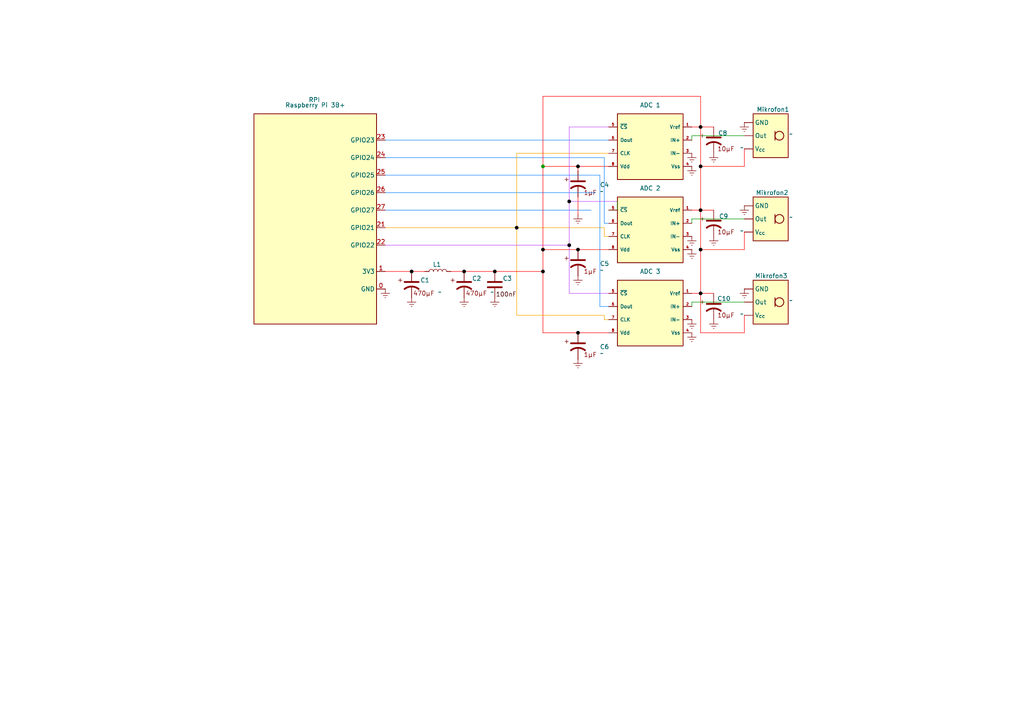
<source format=kicad_sch>
(kicad_sch (version 20231120) (generator "eeschema") (generator_version "8.0")
  (paper "A4")
  (lib_symbols
    (symbol "Capasitors:capasitor10mikro"
      (property "Reference" "C" (at 2.286 2.286 0))
      (symbol "capasitor10mikro_0_1"
        (polyline (pts (xy -3.81 1.27) (xy -2.794 1.27)))
        (polyline (pts (xy -3.302 0.762) (xy -3.302 1.778)))
        (polyline (pts (xy -2.032 0.762) (xy 2.032 0.762)) (stroke (width 0.508)))
        (arc (start 2.032 -1.2701) (mid 0 -0.5573) (end -2.032 -1.2701) (stroke (width 0.508)))
      )
      (symbol "capasitor10mikro_1_1"
        (text "10µF" (at 3.556 -2.54 0) (effects (font (size 1.27 1.27))))
        (pin passive line (at 0 -3.81 90) (length 3.302) (name "~") (number ""))
        (pin passive line (at 0 3.81 270) (length 2.794) (name "~") (number ""))
      )
    )
    (symbol "Capasitors:capasitor1mikro"
      (property "Reference" "C" (at 3.302 1.778 0))
      (symbol "capasitor1mikro_0_1"
        (polyline (pts (xy -3.81 1.27) (xy -2.794 1.27)))
        (polyline (pts (xy -3.302 0.762) (xy -3.302 1.778)))
        (polyline (pts (xy -2.032 0.762) (xy 2.032 0.762)) (stroke (width 0.508)))
        (arc (start 2.032 -1.2701) (mid 0 -0.5573) (end -2.032 -1.2701) (stroke (width 0.508)))
      )
      (symbol "capasitor1mikro_1_1"
        (text "1µF" (at 3.556 -2.54 0) (effects (font (size 1.27 1.27))))
        (pin passive line (at 0 -3.81 90) (length 3.302) (name "~") (number ""))
        (pin passive line (at 0 3.81 270) (length 2.794) (name "~") (number ""))
      )
    )
    (symbol "Capasitors:capasitor470mikro"
      (property "Reference" "C" (at 2.794 1.778 0))
      (symbol "capasitor470mikro_0_1"
        (polyline (pts (xy -3.81 1.27) (xy -2.794 1.27)))
        (polyline (pts (xy -3.302 0.762) (xy -3.302 1.778)))
        (polyline (pts (xy -2.032 0.762) (xy 2.032 0.762)) (stroke (width 0.508)))
        (arc (start 2.032 -1.2701) (mid 0 -0.5573) (end -2.032 -1.2701) (stroke (width 0.508)))
      )
      (symbol "capasitor470mikro_1_1"
        (text "470µF" (at 3.556 -2.54 0) (effects (font (size 1.27 1.27))))
        (pin passive line (at 0 -3.81 90) (length 3.302) (name "~") (number ""))
        (pin passive line (at 0 3.81 270) (length 2.794) (name "~") (number ""))
      )
    )
    (symbol "Device:C" (pin_numbers hide) (pin_names (offset 0.254))
      (property "Reference" "C" (at 0.635 2.54 0))
      (property "Value" "C" (at 0.635 -2.54 0))
      (symbol "C_0_1"
        (polyline (pts (xy -2.032 -0.762) (xy 2.032 -0.762)) (stroke (width 0.508)))
        (polyline (pts (xy -2.032 0.762) (xy 2.032 0.762)) (stroke (width 0.508)))
      )
      (symbol "C_1_1"
        (pin passive line (at 0 3.81 270) (length 2.794) (name "~") (number "1"))
        (pin passive line (at 0 -3.81 90) (length 2.794) (name "~") (number "2"))
      )
    )
    (symbol "Device:L" (pin_numbers hide) (pin_names (offset 1.016) hide)
      (property "Reference" "L" (at -1.27 0 90))
      (property "Value" "L" (at 1.905 0 90))
      (symbol "L_0_1"
        (arc (start 0 -2.54) (mid 0.6323 -1.905) (end 0 -1.27))
        (arc (start 0 -1.27) (mid 0.6323 -0.635) (end 0 0))
        (arc (start 0 0) (mid 0.6323 0.635) (end 0 1.27))
        (arc (start 0 1.27) (mid 0.6323 1.905) (end 0 2.54))
      )
      (symbol "L_1_1"
        (pin passive line (at 0 3.81 270) (length 1.27) (name "1") (number "1"))
        (pin passive line (at 0 -3.81 90) (length 1.27) (name "2") (number "2"))
      )
    )
    (symbol "MCP3201-edit:MCP3201" (pin_names (offset 0.762))
      (property "Reference" "u" (at 7.62 -3.81 0))
      (property "Value" "MCP3201" (at -5.08 15.24 0))
      (symbol "MCP3201_0_0"
        (polyline (pts (xy 8.89 5.08) (xy 8.89 -5.08) (xy -10.16 -5.08) (xy -10.16 13.97) (xy 8.89 13.97) (xy 8.89 3.81)) (stroke (width 0.254)) (fill (type background)))
      )
      (symbol "MCP3201_1_1"
        (pin power_in line (at 11.43 10.16 180) (length 2.54) (name "Vref") (number "1"))
        (pin input line (at 11.43 6.35 180) (length 2.54) (name "IN+") (number "2"))
        (pin input line (at 11.43 2.54 180) (length 2.54) (name "IN-") (number "3"))
        (pin power_in line (at 11.43 -1.27 180) (length 2.54) (name "Vss") (number "4"))
        (pin input line (at -12.7 10.16 0) (length 2.54) (name "~{CS}") (number "5"))
        (pin output line (at -12.7 6.35 0) (length 2.54) (name "Dout") (number "6"))
        (pin input line (at -12.7 2.54 0) (length 2.54) (name "CLK") (number "7"))
        (pin power_in line (at -12.7 -1.27 0) (length 2.54) (name "Vdd") (number "8"))
      )
    )
    (symbol "Raspberrypi-edit:Raspberry_Pi_2_3"
      (property "Reference" "J" (at -17.78 31.75 0))
      (property "Value" "Raspberry_Pi_3" (at -7.366 33.274 0))
      (symbol "Raspberry_Pi_2_3_1_1"
        (rectangle (start -17.78 30.48) (end 17.78 -30.48) (stroke (width 0.254)) (fill (type background)))
        (pin power_in line (at 20.32 -20.32 180) (length 2.54) (name "GND") (number "0"))
        (pin power_in line (at 20.32 -15.24 180) (length 2.54) (name "3V3") (number "1"))
        (pin bidirectional line (at 20.32 -2.54 180) (length 2.54) (name "GPIO21") (number "21"))
        (pin power_in line (at 20.32 -7.62 180) (length 2.54) (name "GPIO22") (number "22"))
        (pin bidirectional line (at 20.32 22.86 180) (length 2.54) (name "GPIO23") (number "23"))
        (pin bidirectional line (at 20.32 17.78 180) (length 2.54) (name "GPIO24") (number "24"))
        (pin bidirectional line (at 20.32 12.7 180) (length 2.54) (name "GPIO25") (number "25"))
        (pin bidirectional line (at 20.32 7.62 180) (length 2.54) (name "GPIO26") (number "26"))
        (pin bidirectional line (at 20.32 2.54 180) (length 2.54) (name "GPIO27") (number "27"))
      )
    )
    (symbol "lab2:Adafruits MAX4466 "
      (property "Reference" "Mikrofon1" (at 6.35 0.6351 0))
      (property "Value" "~" (at 5.334 0.508 0))
      (symbol "Adafruits MAX4466 _0_1"
        (polyline (pts (xy 1.27 1.27) (xy 1.27 -1.27)) (stroke (width 0.254)))
        (circle (center 2.54 0) (radius 1.27) (stroke (width 0.254)))
      )
      (symbol "Adafruits MAX4466 _1_1"
        (rectangle (start -5.08 6.35) (end 5.08 -6.35) (stroke (width 0.254)) (fill (type background)))
        (pin input line (at -7.62 3.81 0) (length 2.54) (name "GND") (number ""))
        (pin input line (at -7.62 0 0) (length 2.54) (name "Out") (number ""))
        (pin input line (at -7.62 -3.81 0) (length 2.54) (name "V_{cc}") (number ""))
      )
    )
    (symbol "power:GNDREF" (power) (pin_numbers hide) (pin_names (offset 0) hide)
      (property "Value" "GNDREF" (at 0 -3.81 0))
      (symbol "GNDREF_0_1"
        (polyline (pts (xy -0.635 -1.905) (xy 0.635 -1.905)))
        (polyline (pts (xy -0.127 -2.54) (xy 0.127 -2.54)))
        (polyline (pts (xy 0 -1.27) (xy 0 0)))
        (polyline (pts (xy 1.27 -1.27) (xy -1.27 -1.27)))
      )
      (symbol "GNDREF_1_1"
        (pin power_in line (at 0 0 270) (length 0) (name "~") (number "1"))
      )
    )
  )
  (junction (at 157.48 48.26))
  (junction (at 157.48 78.74) (color 0 0 0 1))
  (junction (at 167.64 48.26) (color 0 0 0 1))
  (junction (at 119.38 78.74) (color 0 0 0 1))
  (junction (at 203.2 60.96) (color 0 0 0 1))
  (junction (at 149.86 66.04) (color 0 0 0 1))
  (junction (at 134.62 78.74) (color 0 0 0 1))
  (junction (at 203.2 72.39) (color 0 0 0 1))
  (junction (at 167.64 72.39) (color 0 0 0 1))
  (junction (at 143.51 78.74) (color 0 0 0 1))
  (junction (at 165.1 58.42) (color 0 0 0 1))
  (junction (at 157.48 72.39) (color 0 0 0 1))
  (junction (at 165.1 71.12) (color 0 0 0 1))
  (junction (at 167.64 96.52) (color 0 0 0 1))
  (junction (at 203.2 85.09) (color 0 0 0 1))
  (junction (at 203.2 36.83) (color 0 0 0 1))
  (junction (at 203.2 48.26) (color 0 0 0 1))
  (wire (pts (xy 203.2 27.94) (xy 203.2 36.83)) (stroke (width 0) (color 255 0 0 1)))
  (wire (pts (xy 215.9 96.52) (xy 203.2 96.52)) (stroke (width 0) (color 255 0 0 1)))
  (wire (pts (xy 149.86 66.04) (xy 149.86 44.45)) (stroke (width 0) (color 255 165 0 1)))
  (wire (pts (xy 157.48 72.39) (xy 167.64 72.39)) (stroke (width 0) (color 255 0 0 1)))
  (wire (pts (xy 176.53 96.52) (xy 167.64 96.52)) (stroke (width 0) (color 255 0 0 1)))
  (wire (pts (xy 157.48 48.26) (xy 157.48 27.94)) (stroke (width 0) (color 255 0 0 1)))
  (wire (pts (xy 203.2 48.26) (xy 203.2 60.96)) (stroke (width 0) (color 255 0 0 1)))
  (wire (pts (xy 165.1 85.09) (xy 176.53 85.09)) (stroke (width 0) (color 191 79 255 1)))
  (wire (pts (xy 215.9 96.52) (xy 215.9 91.44)) (stroke (width 0) (color 255 0 0 1)))
  (wire (pts (xy 200.66 87.63) (xy 200.66 88.9)))
  (wire (pts (xy 215.9 63.5) (xy 200.66 63.5)))
  (wire (pts (xy 203.2 36.83) (xy 207.01 36.83)) (stroke (width 0) (color 255 0 0 1)))
  (wire (pts (xy 203.2 96.52) (xy 203.2 85.09)) (stroke (width 0) (color 255 0 0 1)))
  (wire (pts (xy 111.76 40.64) (xy 176.53 40.64)) (stroke (width 0) (color 16 133 255 1)))
  (wire (pts (xy 179.07 60.96) (xy 179.07 58.42)))
  (wire (pts (xy 157.48 72.39) (xy 157.48 48.26)) (stroke (width 0) (color 255 0 0 1)))
  (wire (pts (xy 175.26 91.44) (xy 175.26 92.71)) (stroke (width 0) (color 255 165 0 1)))
  (wire (pts (xy 173.99 50.8) (xy 173.99 88.9)) (stroke (width 0) (color 16 133 255 1)))
  (wire (pts (xy 215.9 48.26) (xy 215.9 43.18)) (stroke (width 0) (color 255 0 0 1)))
  (wire (pts (xy 111.76 60.96) (xy 171.45 60.96)) (stroke (width 0) (color 16 133 255 1)))
  (wire (pts (xy 111.76 71.12) (xy 165.1 71.12)) (stroke (width 0) (color 191 79 255 1)))
  (wire (pts (xy 119.38 78.74) (xy 123.19 78.74)) (stroke (width 0) (color 255 0 0 1)))
  (wire (pts (xy 200.66 39.37) (xy 200.66 40.64)))
  (wire (pts (xy 175.26 66.04) (xy 175.26 68.58)) (stroke (width 0) (color 255 165 0 1)))
  (wire (pts (xy 200.66 60.96) (xy 203.2 60.96)) (stroke (width 0) (color 255 0 0 1)))
  (wire (pts (xy 203.2 60.96) (xy 203.2 72.39)) (stroke (width 0) (color 255 0 0 1)))
  (wire (pts (xy 157.48 48.26) (xy 167.64 48.26)) (stroke (width 0) (color 255 0 0 1)))
  (wire (pts (xy 203.2 60.96) (xy 207.01 60.96)) (stroke (width 0) (color 255 0 0 1)))
  (wire (pts (xy 111.76 55.88) (xy 172.72 55.88)) (stroke (width 0) (color 16 133 255 1)))
  (wire (pts (xy 179.07 58.42) (xy 165.1 58.42)) (stroke (width 0) (color 191 79 255 1)))
  (wire (pts (xy 167.64 96.52) (xy 157.48 96.52)) (stroke (width 0) (color 255 0 0 1)))
  (wire (pts (xy 203.2 85.09) (xy 207.01 85.09)) (stroke (width 0) (color 255 0 0 1)))
  (wire (pts (xy 173.99 88.9) (xy 176.53 88.9)) (stroke (width 0) (color 16 133 255 1)))
  (wire (pts (xy 165.1 58.42) (xy 165.1 71.12)) (stroke (width 0) (color 191 79 255 1)))
  (wire (pts (xy 157.48 78.74) (xy 157.48 72.39)) (stroke (width 0) (color 255 0 0 1)))
  (wire (pts (xy 143.51 78.74) (xy 157.48 78.74)) (stroke (width 0) (color 255 0 0 1)))
  (wire (pts (xy 200.66 36.83) (xy 203.2 36.83)) (stroke (width 0) (color 255 0 0 1)))
  (wire (pts (xy 149.86 91.44) (xy 175.26 91.44)) (stroke (width 0) (color 255 165 0 1)))
  (wire (pts (xy 165.1 71.12) (xy 165.1 85.09)) (stroke (width 0) (color 191 79 255 1)))
  (wire (pts (xy 111.76 66.04) (xy 149.86 66.04)) (stroke (width 0) (color 255 165 0 1)))
  (wire (pts (xy 149.86 66.04) (xy 175.26 66.04)) (stroke (width 0) (color 255 165 0 1)))
  (wire (pts (xy 215.9 87.63) (xy 200.66 87.63)))
  (wire (pts (xy 149.86 66.04) (xy 149.86 91.44)) (stroke (width 0) (color 255 165 0 1)))
  (wire (pts (xy 167.64 48.26) (xy 176.53 48.26)) (stroke (width 0) (color 255 0 0 1)))
  (wire (pts (xy 130.81 78.74) (xy 134.62 78.74)) (stroke (width 0) (color 255 0 0 1)))
  (wire (pts (xy 167.64 72.39) (xy 176.53 72.39)) (stroke (width 0) (color 255 0 0 1)))
  (wire (pts (xy 203.2 48.26) (xy 215.9 48.26)) (stroke (width 0) (color 255 0 0 1)))
  (wire (pts (xy 175.26 92.71) (xy 176.53 92.71)) (stroke (width 0) (color 255 165 0 1)))
  (wire (pts (xy 149.86 44.45) (xy 176.53 44.45)) (stroke (width 0) (color 255 165 0 1)))
  (wire (pts (xy 167.64 48.26) (xy 167.64 49.53)) (stroke (width 0) (color 255 0 0 1)))
  (wire (pts (xy 215.9 72.39) (xy 215.9 67.31)) (stroke (width 0) (color 255 0 0 1)))
  (wire (pts (xy 167.64 57.15) (xy 167.64 62.23)) (stroke (width 0) (color 255 0 0 1)))
  (wire (pts (xy 165.1 36.83) (xy 165.1 58.42)) (stroke (width 0) (color 191 79 255 1)))
  (wire (pts (xy 175.26 45.72) (xy 175.26 64.77)) (stroke (width 0) (color 16 133 255 1)))
  (wire (pts (xy 111.76 78.74) (xy 119.38 78.74)) (stroke (width 0) (color 255 0 0 1)))
  (wire (pts (xy 175.26 68.58) (xy 176.53 68.58)) (stroke (width 0) (color 255 165 0 1)))
  (wire (pts (xy 200.66 85.09) (xy 203.2 85.09)) (stroke (width 0) (color 255 0 0 1)))
  (wire (pts (xy 157.48 27.94) (xy 203.2 27.94)) (stroke (width 0) (color 255 0 0 1)))
  (wire (pts (xy 134.62 78.74) (xy 143.51 78.74)) (stroke (width 0) (color 255 0 0 1)))
  (wire (pts (xy 215.9 72.39) (xy 203.2 72.39)) (stroke (width 0) (color 255 0 0 1)))
  (wire (pts (xy 175.26 64.77) (xy 176.53 64.77)) (stroke (width 0) (color 16 133 255 1)))
  (wire (pts (xy 111.76 45.72) (xy 175.26 45.72)) (stroke (width 0) (color 16 133 255 1)))
  (wire (pts (xy 111.76 50.8) (xy 173.99 50.8)) (stroke (width 0) (color 16 133 255 1)))
  (wire (pts (xy 165.1 36.83) (xy 176.53 36.83)) (stroke (width 0) (color 191 79 255 1)))
  (wire (pts (xy 157.48 78.74) (xy 157.48 96.52)) (stroke (width 0) (color 255 0 0 1)))
  (wire (pts (xy 200.66 63.5) (xy 200.66 64.77)))
  (wire (pts (xy 176.53 60.96) (xy 179.07 60.96)))
  (wire (pts (xy 203.2 36.83) (xy 203.2 48.26)) (stroke (width 0) (color 255 0 0 1)))
  (wire (pts (xy 215.9 39.37) (xy 200.66 39.37)))
  (wire (pts (xy 203.2 72.39) (xy 203.2 85.09)) (stroke (width 0) (color 255 0 0 1)))
  (text "100nF" (at 146.812 85.598 0) (effects (font (size 1.27 1.27))))
  (symbol (lib_id "power:GNDREF") (at 200.66 44.45 0) (unit 1)
    (property "Reference" "#PWR021" (effects (hide yes)))
    (property "Value" "GNDREF" (effects (hide yes)))
    (property "Description" "Power symbol creates a global label with name \"GNDREF\" , reference supply ground" (effects (hide yes)))
  )
  (symbol (lib_id "power:GNDREF") (at 200.66 48.26 0) (unit 1)
    (property "Reference" "#PWR020" (effects (hide yes)))
    (property "Value" "GNDREF" (effects (hide yes)))
    (property "Description" "Power symbol creates a global label with name \"GNDREF\" , reference supply ground" (effects (hide yes)))
  )
  (symbol (lib_id "Capasitors:capasitor1mikro") (at 167.64 100.33 0) (unit 1)
    (property "Reference" "C6" (at 173.99 100.5867 0) (effects (justify left)))
    (property "Value" "~" (at 173.99 102.4918 0) (effects (justify left)))
  )
  (symbol (lib_id "power:GNDREF") (at 207.01 68.58 0) (unit 1)
    (property "Reference" "#PWR04" (effects (hide yes)))
    (property "Value" "GNDREF" (effects (hide yes)))
    (property "Description" "Power symbol creates a global label with name \"GNDREF\" , reference supply ground" (effects (hide yes)))
  )
  (symbol (lib_name "Capasitors:capasitor10mikro") (lib_id "Capasitors:capasitor10mikro") (at 207.01 88.9 0) (unit 1)
    (property "Reference" "C10" (at 208.026 86.614 0) (effects (justify left)))
    (property "Value" "~" (at 214.63 91.0618 0) (effects (justify left)))
  )
  (symbol (lib_id "Capasitors:capasitor1mikro") (at 167.64 76.2 0) (unit 1)
    (property "Reference" "C5" (at 173.99 76.4567 0) (effects (justify left)))
    (property "Value" "~" (at 173.99 78.3618 0) (effects (justify left)))
  )
  (symbol (lib_id "power:GNDREF") (at 200.66 92.71 0) (unit 1)
    (property "Reference" "#PWR023" (effects (hide yes)))
    (property "Value" "GNDREF" (effects (hide yes)))
    (property "Description" "Power symbol creates a global label with name \"GNDREF\" , reference supply ground" (effects (hide yes)))
  )
  (symbol (lib_id "Device:C") (at 143.51 82.55 0) (unit 1)
    (property "Reference" "C3" (at 145.796 80.772 0) (effects (justify left)))
    (property "Value" "100 nF" (effects (hide yes)))
    (property "Description" "Unpolarized capacitor" (effects (hide yes)))
  )
  (symbol (lib_name "Capasitors:capasitor470mikro") (lib_id "Capasitors:capasitor470mikro") (at 134.62 82.55 0) (unit 1)
    (property "Reference" "C2" (at 136.906 80.772 0) (effects (justify left)))
    (property "Value" "~" (at 142.24 84.7118 0) (effects (justify left)))
  )
  (symbol (lib_id "power:GNDREF") (at 200.66 68.58 0) (unit 1)
    (property "Reference" "#PWR022" (effects (hide yes)))
    (property "Value" "GNDREF" (effects (hide yes)))
    (property "Description" "Power symbol creates a global label with name \"GNDREF\" , reference supply ground" (effects (hide yes)))
  )
  (symbol (lib_id "MCP3201-edit:MCP3201") (at 189.23 46.99 0) (unit 1)
    (property "Reference" "u1" (at 188.595 29.21 0) (effects (font (size 0.001 0.001))))
    (property "Value" "ADC 1" (at 188.595 30.48 0))
    (property "Datasheet" "http://ww1.microchip.com/downloads/en/DeviceDoc/21290D.pdf" (effects (hide yes)))
    (property "Description" "2.7V 12-Bit A/D Converter with SPI™ Serial Interface, PDIP-8/SOIC-8/MSOP-8/TSSOP-8" (effects (hide yes)))
  )
  (symbol (lib_id "MCP3201-edit:MCP3201") (at 189.23 95.25 0) (unit 1)
    (property "Reference" "u3" (at 188.595 77.47 0) (effects (font (size 0.001 0.001))))
    (property "Value" "ADC 3" (at 188.595 78.74 0))
    (property "Datasheet" "http://ww1.microchip.com/downloads/en/DeviceDoc/21290D.pdf" (effects (hide yes)))
    (property "Description" "2.7V 12-Bit A/D Converter with SPI™ Serial Interface, PDIP-8/SOIC-8/MSOP-8/TSSOP-8" (effects (hide yes)))
  )
  (symbol (lib_name "lab2:Adafruits MAX4466 ") (lib_id "lab2:Adafruits MAX4466 ") (at 223.52 87.63 0) (unit 1)
    (property "Reference" "Mikrofon3" (at 218.948 80.01 0) (effects (justify left)))
    (property "Value" "~" (at 228.854 87.122 0) (effects (justify left)))
  )
  (symbol (lib_id "power:GNDREF") (at 111.76 83.82 0) (unit 1)
    (property "Reference" "#PWR013" (effects (hide yes)))
    (property "Value" "GNDREF" (effects (hide yes)))
    (property "Description" "Power symbol creates a global label with name \"GNDREF\" , reference supply ground" (effects (hide yes)))
  )
  (symbol (lib_id "power:GNDREF") (at 119.38 86.36 0) (unit 1)
    (property "Reference" "#PWR06" (effects (hide yes)))
    (property "Value" "GNDREF" (effects (hide yes)))
    (property "Description" "Power symbol creates a global label with name \"GNDREF\" , reference supply ground" (effects (hide yes)))
  )
  (symbol (lib_name "Capasitors:capasitor10mikro") (lib_id "Capasitors:capasitor10mikro") (at 207.01 40.64 0) (unit 1)
    (property "Reference" "C8" (at 208.28 38.608 0) (effects (justify left)))
    (property "Value" "~" (at 214.63 42.8018 0) (effects (justify left)))
  )
  (symbol (lib_id "power:GNDREF") (at 207.01 92.71 0) (unit 1)
    (property "Reference" "#PWR02" (effects (hide yes)))
    (property "Value" "GNDREF" (effects (hide yes)))
    (property "Description" "Power symbol creates a global label with name \"GNDREF\" , reference supply ground" (effects (hide yes)))
  )
  (symbol (lib_id "power:GNDREF") (at 215.9 83.82 0) (unit 1)
    (property "Reference" "#PWR3" (effects (hide yes)))
    (property "Value" "GNDREF" (effects (hide yes)))
    (property "Description" "Power symbol creates a global label with name \"GNDREF\" , reference supply ground" (effects (hide yes)))
  )
  (symbol (lib_id "power:GNDREF") (at 215.9 59.69 0) (unit 1)
    (property "Reference" "#PWR11" (effects (hide yes)))
    (property "Value" "GNDREF" (effects (hide yes)))
    (property "Description" "Power symbol creates a global label with name \"GNDREF\" , reference supply ground" (effects (hide yes)))
  )
  (symbol (lib_id "power:GNDREF") (at 143.51 86.36 0) (unit 1)
    (property "Reference" "#PWR08" (effects (hide yes)))
    (property "Value" "GNDREF" (effects (hide yes)))
    (property "Description" "Power symbol creates a global label with name \"GNDREF\" , reference supply ground" (effects (hide yes)))
  )
  (symbol (lib_id "Raspberrypi-edit:Raspberry_Pi_2_3") (at 91.44 63.5 0) (unit 1)
    (property "Reference" "RPI" (at 91.186 28.956 0))
    (property "Value" "Raspberry Pi 3B+" (at 91.44 30.48 0))
    (property "Datasheet" "https://www.raspberrypi.org/documentation/hardware/raspberrypi/schematics/rpi_SCH_3bplus_1p0_reduced.pdf" (effects (hide yes)))
    (property "Description" "expansion header for Raspberry Pi 2 & 3" (effects (hide yes)))
  )
  (symbol (lib_id "power:GNDREF") (at 200.66 96.52 0) (unit 1)
    (property "Reference" "#PWR018" (effects (hide yes)))
    (property "Value" "GNDREF" (effects (hide yes)))
    (property "Description" "Power symbol creates a global label with name \"GNDREF\" , reference supply ground" (effects (hide yes)))
  )
  (symbol (lib_name "Capasitors:capasitor10mikro") (lib_id "Capasitors:capasitor10mikro") (at 207.01 64.77 0) (unit 1)
    (property "Reference" "C9" (at 208.534 62.738 0) (effects (justify left)))
    (property "Value" "~" (at 214.63 66.9318 0) (effects (justify left)))
  )
  (symbol (lib_id "power:GNDREF") (at 167.64 80.01 0) (unit 1)
    (property "Reference" "#PWR010" (effects (hide yes)))
    (property "Value" "GNDREF" (effects (hide yes)))
    (property "Description" "Power symbol creates a global label with name \"GNDREF\" , reference supply ground" (effects (hide yes)))
  )
  (symbol (lib_id "power:GNDREF") (at 134.62 86.36 0) (unit 1)
    (property "Reference" "#PWR07" (effects (hide yes)))
    (property "Value" "GNDREF" (effects (hide yes)))
    (property "Description" "Power symbol creates a global label with name \"GNDREF\" , reference supply ground" (effects (hide yes)))
  )
  (symbol (lib_id "power:GNDREF") (at 200.66 72.39 0) (unit 1)
    (property "Reference" "#PWR019" (effects (hide yes)))
    (property "Value" "GNDREF" (effects (hide yes)))
    (property "Description" "Power symbol creates a global label with name \"GNDREF\" , reference supply ground" (effects (hide yes)))
  )
  (symbol (lib_id "Device:L") (at 127 78.74 90) (unit 1)
    (property "Reference" "L1" (at 126.746 76.708 90))
    (property "Value" "L" (effects (hide yes)))
    (property "Description" "Inductor" (effects (hide yes)))
  )
  (symbol (lib_name "lab2:Adafruits MAX4466 ") (lib_id "lab2:Adafruits MAX4466 ") (at 223.52 39.37 0) (unit 1)
    (property "Reference" "Mikrofon1" (at 219.456 31.75 0) (effects (justify left)))
    (property "Value" "~" (at 228.854 38.862 0) (effects (justify left)))
  )
  (symbol (lib_name "lab2:Adafruits MAX4466 ") (lib_id "lab2:Adafruits MAX4466 ") (at 223.52 63.5 0) (unit 1)
    (property "Reference" "Mikrofon2" (at 219.202 55.88 0) (effects (justify left)))
    (property "Value" "~" (at 228.854 62.992 0) (effects (justify left)))
  )
  (symbol (lib_id "power:GNDREF") (at 167.64 104.14 0) (unit 1)
    (property "Reference" "#PWR1" (effects (hide yes)))
    (property "Value" "GNDREF" (effects (hide yes)))
    (property "Description" "Power symbol creates a global label with name \"GNDREF\" , reference supply ground" (effects (hide yes)))
  )
  (symbol (lib_id "power:GNDREF") (at 215.9 35.56 0) (unit 1)
    (property "Reference" "#PWR12" (effects (hide yes)))
    (property "Value" "GNDREF" (effects (hide yes)))
    (property "Description" "Power symbol creates a global label with name \"GNDREF\" , reference supply ground" (effects (hide yes)))
  )
  (symbol (lib_id "MCP3201-edit:MCP3201") (at 189.23 71.12 0) (unit 1)
    (property "Reference" "u2" (at 188.595 53.34 0) (effects (font (size 0.001 0.001))))
    (property "Value" "ADC 2" (at 188.595 54.61 0))
    (property "Datasheet" "http://ww1.microchip.com/downloads/en/DeviceDoc/21290D.pdf" (effects (hide yes)))
    (property "Description" "2.7V 12-Bit A/D Converter with SPI™ Serial Interface, PDIP-8/SOIC-8/MSOP-8/TSSOP-8" (effects (hide yes)))
  )
  (symbol (lib_id "power:GNDREF") (at 207.01 44.45 0) (unit 1)
    (property "Reference" "#PWR05" (effects (hide yes)))
    (property "Value" "GNDREF" (effects (hide yes)))
    (property "Description" "Power symbol creates a global label with name \"GNDREF\" , reference supply ground" (effects (hide yes)))
  )
  (symbol (lib_id "Capasitors:capasitor1mikro") (at 167.64 53.34 0) (unit 1)
    (property "Reference" "C4" (at 173.99 53.5967 0) (effects (justify left)))
    (property "Value" "~" (at 173.99 55.5018 0) (effects (justify left)))
  )
  (symbol (lib_id "Capasitors:capasitor470mikro") (at 119.38 82.55 0) (unit 1)
    (property "Reference" "C1" (at 121.92 81.28 0) (effects (justify left)))
    (property "Value" "~" (at 127 84.7118 0) (effects (justify left)))
  )
  (symbol (lib_id "power:GNDREF") (at 167.64 62.23 0) (unit 1)
    (property "Reference" "#PWR09" (effects (hide yes)))
    (property "Value" "GNDREF" (effects (hide yes)))
    (property "Description" "Power symbol creates a global label with name \"GNDREF\" , reference supply ground" (effects (hide yes)))
  )
)
</source>
